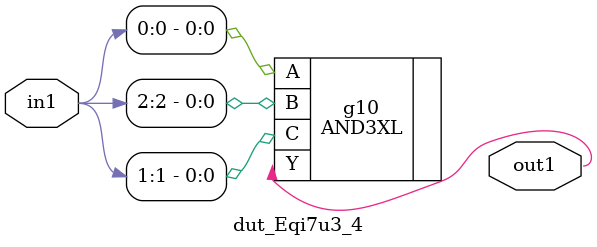
<source format=v>
`timescale 1ps / 1ps


module dut_Eqi7u3_4(in1, out1);
  input [2:0] in1;
  output out1;
  wire [2:0] in1;
  wire out1;
  AND3XL g10(.A (in1[0]), .B (in1[2]), .C (in1[1]), .Y (out1));
endmodule



</source>
